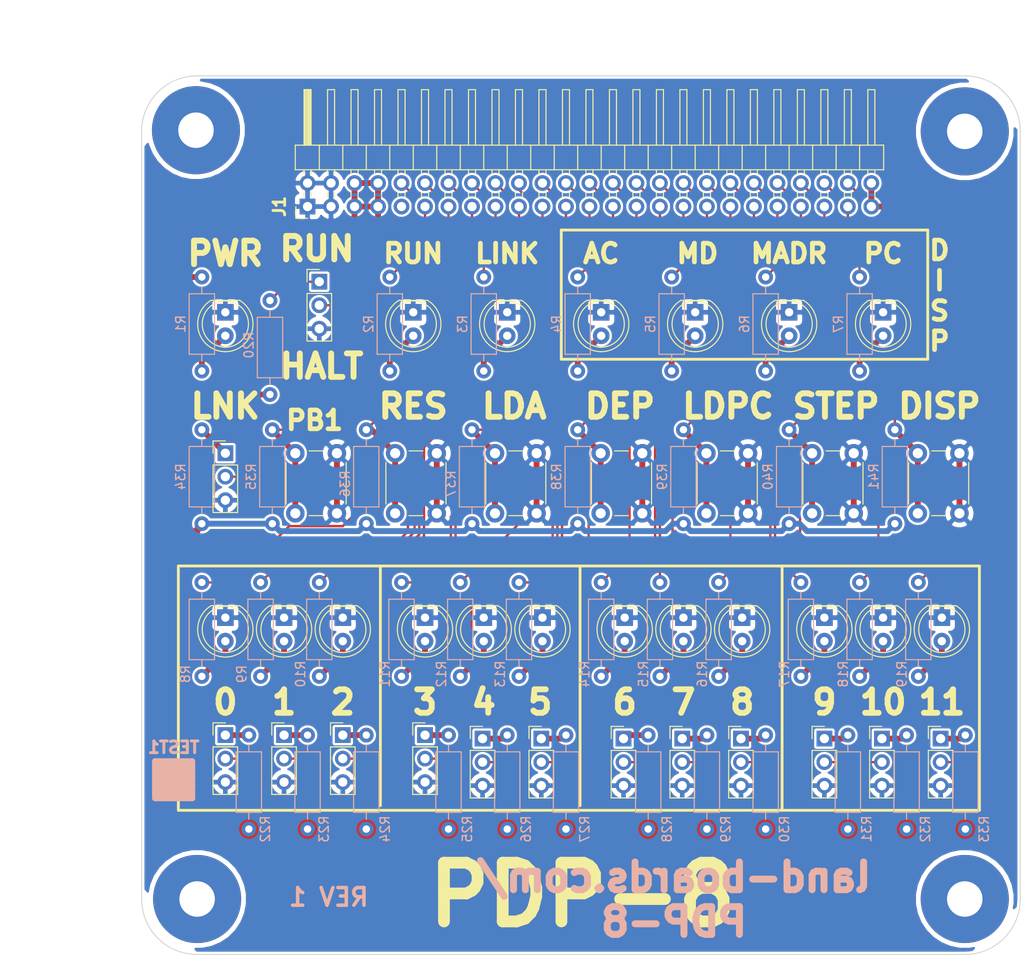
<source format=kicad_pcb>
(kicad_pcb (version 20211014) (generator pcbnew)
  (title_block (title "PDP-8") (date "2021-04-18") (rev "1") (company "land-boards.com"))
  (layers (0 "F.Cu" signal) (31 "B.Cu" signal) (36 "B.SilkS" user "B.Silkscreen") (37 "F.SilkS" user "F.Silkscreen") (38 "B.Mask" user) (39 "F.Mask" user) (44 "Edge.Cuts" user))
  (net 0 "")
  (net 1 "GND")
  (net 2 "+5V")
  (net 3 "/PB1")
  (net 4 "/LINKLED")
  (net 5 "/RUNLED")
  (net 6 "/DS0")
  (net 7 "/SS0")
  (net 8 "/DS1")
  (net 9 "/SS1")
  (net 10 "/DS2")
  (net 11 "/SS2")
  (net 12 "/DS3")
  (net 13 "/DS4")
  (net 14 "/SS3")
  (net 15 "/SS4")
  (net 16 "/DS5")
  (net 17 "/SS5")
  (net 18 "/DS6")
  (net 19 "/SS6")
  (net 20 "/DS7")
  (net 21 "/SS7")
  (net 22 "/DS8")
  (net 23 "/SS8")
  (net 24 "/DS9")
  (net 25 "/SS9")
  (net 26 "/DS10")
  (net 27 "/SS10")
  (net 28 "/DS11")
  (net 29 "/SS11")
  (net 30 "/P5")
  (net 31 "/RESETPB")
  (net 32 "/LDACCPB")
  (net 33 "/DISACCLED")
  (net 34 "/DEPOSITPB")
  (net 35 "/DISMBLED")
  (net 36 "/PDPCPB")
  (net 37 "/DISMADRLED")
  (net 38 "/STEPPB")
  (net 39 "/DISPCLED")
  (net 40 "/DISPPB")
  (net 41 "/RUN5")
  (net 42 "/SS0-5")
  (net 43 "/SS1-5")
  (net 44 "/SS2-5")
  (net 45 "/SS3-5")
  (net 46 "/SS4-5")
  (net 47 "/SS5-5")
  (net 48 "/SS6-5")
  (net 49 "/SS7-5")
  (net 50 "/SS8-5")
  (net 51 "/SS9-5")
  (net 52 "/SS10-5")
  (net 53 "/SS11-5")
  (net 54 "/LINK5")
  (net 55 "/DRNR")
  (net 56 "/DLNR")
  (net 57 "/DACR")
  (net 58 "/DMBR")
  (net 59 "/DMAR")
  (net 60 "/DPCR")
  (net 61 "/DS0R")
  (net 62 "/DS1R")
  (net 63 "/DS2R")
  (net 64 "/DS3R")
  (net 65 "/DS4R")
  (net 66 "/DS5R")
  (net 67 "/DS6R")
  (net 68 "/DS7R")
  (net 69 "/DS8R")
  (net 70 "/DS9R")
  (net 71 "/DS10R")
  (net 72 "/DS11R")
  (net 73 "/RUNSS")
  (net 74 "/LINKSS")
  (footprint "LandBoards_MountHoles:MTG-6-32" (layer "F.Cu") (at 99 99)
    (fp_text reference "MTG2" hide)
    (fp_text value "MTG_HOLE" hide)
  )
  (footprint "LandBoards_MountHoles:MTG-6-32" (layer "F.Cu") (at 16 99)
    (fp_text reference "MTG3" hide)
    (fp_text value "MTG_HOLE" hide)
  )
  (footprint "LandBoards_MountHoles:MTG-6-32" (layer "F.Cu") (at 99 16)
    (fp_text reference "MTG?1" hide)
    (fp_text value "MTG_HOLE" hide)
  )
  (footprint "LandBoards_Marking:TEST_BLK-REAR" (layer "F.Cu") (at 13.462 86.106)
    (fp_text reference "TEST1")
    (fp_text value "COUPON" hide)
  )
  (footprint "Connector_PinHeader_2.54mm:PinHeader_1x03_P2.54mm_Vertical" (layer "F.Cu") (at 53.213 81.661)
    (fp_text reference "SW8" hide)
    (fp_text value "SW_SPDT")
  )
  (footprint "Connector_PinHeader_2.54mm:PinHeader_1x03_P2.54mm_Vertical" (layer "F.Cu") (at 62.103 81.661)
    (fp_text reference "SW9" hide)
    (fp_text value "SW_SPDT")
  )
  (footprint "Connector_PinHeader_2.54mm:PinHeader_1x03_P2.54mm_Vertical" (layer "F.Cu") (at 68.453 81.661)
    (fp_text reference "SW10" hide)
    (fp_text value "SW_SPDT")
  )
  (footprint "Connector_PinHeader_2.54mm:PinHeader_1x03_P2.54mm_Vertical" (layer "F.Cu") (at 74.803 81.661)
    (fp_text reference "SW11" hide)
    (fp_text value "SW_SPDT")
  )
  (footprint "Connector_PinHeader_2.54mm:PinHeader_1x03_P2.54mm_Vertical" (layer "F.Cu") (at 83.82 81.661)
    (fp_text reference "SW12" hide)
    (fp_text value "SW_SPDT")
  )
  (footprint "Connector_PinHeader_2.54mm:PinHeader_1x03_P2.54mm_Vertical" (layer "F.Cu") (at 90.043 81.661)
    (fp_text reference "SW13" hide)
    (fp_text value "SW_SPDT")
  )
  (footprint "Connector_PinHeader_2.54mm:PinHeader_1x03_P2.54mm_Vertical" (layer "F.Cu") (at 96.393 81.661)
    (fp_text reference "SW14" hide)
    (fp_text value "SW_SPDT")
  )
  (footprint "Connector_PinHeader_2.54mm:PinHeader_1x03_P2.54mm_Vertical" (layer "F.Cu") (at 46.863 81.661)
    (fp_text reference "SW7" hide)
    (fp_text value "SW_SPDT")
  )
  (footprint "Button_Switch_THT:SW_PUSH_6mm_H8.5mm" (layer "F.Cu") (at 41.91 50.8 -90)
    (fp_text reference "SW16" hide)
    (fp_text value "SW_Push")
  )
  (footprint "Button_Switch_THT:SW_PUSH_6mm_H8.5mm" (layer "F.Cu") (at 52.705 50.8 -90)
    (fp_text reference "SW17" hide)
    (fp_text value "SW_Push")
  )
  (footprint "Button_Switch_THT:SW_PUSH_6mm_H8.5mm" (layer "F.Cu") (at 64.135 50.8 -90)
    (fp_text reference "SW18" hide)
    (fp_text value "SW_Push")
  )
  (footprint "Button_Switch_THT:SW_PUSH_6mm_H8.5mm" (layer "F.Cu") (at 75.565 50.8 -90)
    (fp_text reference "SW19" hide)
    (fp_text value "SW_Push")
  )
  (footprint "Button_Switch_THT:SW_PUSH_6mm_H8.5mm" (layer "F.Cu") (at 86.995 50.8 -90)
    (fp_text reference "SW20" hide)
    (fp_text value "SW_Push")
  )
  (footprint "Button_Switch_THT:SW_PUSH_6mm_H8.5mm" (layer "F.Cu") (at 98.425 50.8 -90)
    (fp_text reference "SW21" hide)
    (fp_text value "SW_Push")
  )
  (footprint "Button_Switch_THT:SW_PUSH_6mm_H8.5mm" (layer "F.Cu") (at 31.115 50.8 -90)
    (fp_text reference "SW15" hide)
    (fp_text value "SW_Push")
  )
  (footprint "Connector_PinHeader_2.54mm:PinHeader_1x03_P2.54mm_Vertical" (layer "F.Cu") (at 40.64 81.28)
    (fp_text reference "SW6" hide)
    (fp_text value "SW_SPDT")
  )
  (footprint "Connector_PinHeader_2.54mm:PinHeader_1x03_P2.54mm_Vertical" (layer "F.Cu") (at 31.75 81.28)
    (fp_text reference "SW5" hide)
    (fp_text value "SW_SPDT")
  )
  (footprint "Connector_PinHeader_2.54mm:PinHeader_1x03_P2.54mm_Vertical" (layer "F.Cu") (at 25.4 81.28)
    (fp_text reference "SW4" hide)
    (fp_text value "SW_SPDT")
  )
  (footprint "Connector_PinHeader_2.54mm:PinHeader_1x03_P2.54mm_Vertical" (layer "F.Cu") (at 19.05 81.28)
    (fp_text reference "SW3" hide)
    (fp_text value "SW_SPDT")
  )
  (footprint "LandBoards_MountHoles:MTG-6-32" (layer "F.Cu") (at 15.875 15.875)
    (fp_text reference "MTG1" hide)
    (fp_text value "MTG_HOLE" hide)
  )
  (footprint "LED_THT:LED_D5.0mm" (layer "F.Cu") (at 96.52 68.58 -90)
    (fp_text reference "D19" hide)
    (fp_text value "LED-fixed")
  )
  (footprint "LED_THT:LED_D5.0mm" (layer "F.Cu") (at 25.4 68.58 -90)
    (fp_text reference "D9" hide)
    (fp_text value "LED-fixed")
  )
  (footprint "LED_THT:LED_D5.0mm" (layer "F.Cu") (at 31.75 68.58 -90)
    (fp_text reference "D10" hide)
    (fp_text value "LED-fixed")
  )
  (footprint "LED_THT:LED_D5.0mm" (layer "F.Cu") (at 40.64 68.58 -90)
    (fp_text reference "D11" hide)
    (fp_text value "LED-fixed")
  )
  (footprint "LED_THT:LED_D5.0mm" (layer "F.Cu") (at 19.05 68.58 -90)
    (fp_text reference "D8" hide)
    (fp_text value "LED-fixed")
  )
  (footprint "LED_THT:LED_D5.0mm" (layer "F.Cu") (at 68.58 68.58 -90)
    (fp_text reference "D15" hide)
    (fp_text value "LED-fixed")
  )
  (footprint "LED_THT:LED_D5.0mm" (layer "F.Cu") (at 53.34 68.58 -90)
    (fp_text reference "D13" hide)
    (fp_text value "LED-fixed")
  )
  (footprint "LED_THT:LED_D5.0mm" (layer "F.Cu") (at 62.23 68.58 -90)
    (fp_text reference "D14" hide)
    (fp_text value "LED-fixed")
  )
  (footprint "LED_THT:LED_D5.0mm" (layer "F.Cu") (at 74.93 68.58 -90)
    (fp_text reference "D16" hide)
    (fp_text value "LED-fixed")
  )
  (footprint "LED_THT:LED_D5.0mm" (layer "F.Cu") (at 46.99 68.58 -90)
    (fp_text reference "D12" hide)
    (fp_text value "LED-fixed")
  )
  (footprint "LED_THT:LED_D5.0mm" (layer "F.Cu") (at 83.82 68.58 -90)
    (fp_text reference "D17" hide)
    (fp_text value "LED-fixed")
  )
  (footprint "LED_THT:LED_D5.0mm" (layer "F.Cu") (at 90.17 68.58 -90)
    (fp_text reference "D18" hide)
    (fp_text value "LED-fixed")
  )
  (footprint "LED_THT:LED_D5.0mm" (layer "F.Cu") (at 90.17 35.56 -90)
    (fp_text reference "D7" hide)
    (fp_text value "LED-fixed")
  )
  (footprint "LED_THT:LED_D5.0mm" (layer "F.Cu") (at 80.01 35.56 -90)
    (fp_text reference "D6" hide)
    (fp_text value "LED-fixed")
  )
  (footprint "LED_THT:LED_D5.0mm" (layer "F.Cu") (at 59.69 35.56 -90)
    (fp_text reference "D4" hide)
    (fp_text value "LED-fixed")
  )
  (footprint "LED_THT:LED_D5.0mm" (layer "F.Cu") (at 69.85 35.56 -90)
    (fp_text reference "D5" hide)
    (fp_text value "LED-fixed")
  )
  (footprint "LED_THT:LED_D5.0mm" (layer "F.Cu") (at 19.05 35.56 -90)
    (fp_text reference "D1" hide)
    (fp_text value "LED-fixed")
  )
  (footprint "LED_THT:LED_D5.0mm" (layer "F.Cu") (at 39.37 35.56 -90)
    (fp_text reference "D2" hide)
    (fp_text value "LED-fixed")
  )
  (footprint "LED_THT:LED_D5.0mm" (layer "F.Cu") (at 49.53 35.56 -90)
    (fp_text reference "D3" hide)
    (fp_text value "LED-fixed")
  )
  (footprint "Connector_PinHeader_2.54mm:PinHeader_1x03_P2.54mm_Vertical" (layer "F.Cu") (at 29.21 32.258)
    (fp_text reference "SW1" hide)
    (fp_text value "SW_SPDT")
  )
  (footprint "Connector_PinHeader_2.54mm:PinHeader_1x03_P2.54mm_Vertical" (layer "F.Cu") (at 19.05 50.8)
    (fp_text reference "SW2" hide)
    (fp_text value "SW_SPDT")
  )
  (footprint "Connector_PinHeader_2.54mm:PinHeader_2x25_P2.54mm_Horizontal" (layer "F.Cu") (at 27.94 24.13 90)
    (fp_text reference "J1")
    (fp_text value "Conn_02x25_Odd_Even")
  )
  (footprint "Resistor_THT:R_Axial_DIN0207_L6.3mm_D2.5mm_P10.16mm_Horizontal" (layer "B.Cu") (at 49.53 91.44 90)
    (fp_text reference "R26")
    (fp_text value "10K")
  )
  (footprint "Resistor_THT:R_Axial_DIN0207_L6.3mm_D2.5mm_P10.16mm_Horizontal" (layer "B.Cu") (at 55.88 91.44 90)
    (fp_text reference "R27")
    (fp_text value "10K")
  )
  (footprint "Resistor_THT:R_Axial_DIN0207_L6.3mm_D2.5mm_P10.16mm_Horizontal" (layer "B.Cu") (at 64.77 91.44 90)
    (fp_text reference "R28")
    (fp_text value "10K")
  )
  (footprint "Resistor_THT:R_Axial_DIN0207_L6.3mm_D2.5mm_P10.16mm_Horizontal" (layer "B.Cu") (at 71.12 91.44 90)
    (fp_text reference "R29")
    (fp_text value "10K")
  )
  (footprint "Resistor_THT:R_Axial_DIN0207_L6.3mm_D2.5mm_P10.16mm_Horizontal" (layer "B.Cu") (at 77.47 91.44 90)
    (fp_text reference "R30")
    (fp_text value "10K")
  )
  (footprint "Resistor_THT:R_Axial_DIN0207_L6.3mm_D2.5mm_P10.16mm_Horizontal" (layer "B.Cu") (at 86.36 91.44 90)
    (fp_text reference "R31")
    (fp_text value "10K")
  )
  (footprint "Resistor_THT:R_Axial_DIN0207_L6.3mm_D2.5mm_P10.16mm_Horizontal" (layer "B.Cu") (at 92.71 91.44 90)
    (fp_text reference "R32")
    (fp_text value "10K")
  )
  (footprint "Resistor_THT:R_Axial_DIN0207_L6.3mm_D2.5mm_P10.16mm_Horizontal" (layer "B.Cu") (at 99.06 91.44 90)
    (fp_text reference "R33")
    (fp_text value "10K")
  )
  (footprint "Resistor_THT:R_Axial_DIN0207_L6.3mm_D2.5mm_P10.16mm_Horizontal" (layer "B.Cu") (at 24.13 58.42 90)
    (fp_text reference "R35")
    (fp_text value "10K")
  )
  (footprint "Resistor_THT:R_Axial_DIN0207_L6.3mm_D2.5mm_P10.16mm_Horizontal" (layer "B.Cu") (at 34.29 58.42 90)
    (fp_text reference "R36")
    (fp_text value "10K")
  )
  (footprint "Resistor_THT:R_Axial_DIN0207_L6.3mm_D2.5mm_P10.16mm_Horizontal" (layer "B.Cu") (at 45.72 58.42 90)
    (fp_text reference "R37")
    (fp_text value "10K")
  )
  (footprint "Resistor_THT:R_Axial_DIN0207_L6.3mm_D2.5mm_P10.16mm_Horizontal" (layer "B.Cu") (at 57.15 58.42 90)
    (fp_text reference "R38")
    (fp_text value "10K")
  )
  (footprint "Resistor_THT:R_Axial_DIN0207_L6.3mm_D2.5mm_P10.16mm_Horizontal" (layer "B.Cu") (at 68.58 58.42 90)
    (fp_text reference "R39")
    (fp_text value "10K")
  )
  (footprint "Resistor_THT:R_Axial_DIN0207_L6.3mm_D2.5mm_P10.16mm_Horizontal" (layer "B.Cu") (at 80.01 58.42 90)
    (fp_text reference "R40")
    (fp_text value "10K")
  )
  (footprint "Resistor_THT:R_Axial_DIN0207_L6.3mm_D2.5mm_P10.16mm_Horizontal" (layer "B.Cu") (at 91.44 58.42 90)
    (fp_text reference "R41")
    (fp_text value "10K")
  )
  (footprint "Resistor_THT:R_Axial_DIN0207_L6.3mm_D2.5mm_P10.16mm_Horizontal" (layer "B.Cu") (at 43.18 91.44 90)
    (fp_text reference "R25")
    (fp_text value "10K")
  )
  (footprint "Resistor_THT:R_Axial_DIN0207_L6.3mm_D2.5mm_P10.16mm_Horizontal" (layer "B.Cu") (at 34.29 91.44 90)
    (fp_text reference "R24")
    (fp_text value "10K")
  )
  (footprint "Resistor_THT:R_Axial_DIN0207_L6.3mm_D2.5mm_P10.16mm_Horizontal" (layer "B.Cu") (at 27.94 91.44 90)
    (fp_text reference "R23")
    (fp_text value "10K")
  )
  (footprint "Resistor_THT:R_Axial_DIN0207_L6.3mm_D2.5mm_P10.16mm_Horizontal" (layer "B.Cu") (at 21.59 91.44 90)
    (fp_text reference "R22")
    (fp_text value "10K")
  )
  (footprint "Resistor_THT:R_Axial_DIN0207_L6.3mm_D2.5mm_P10.16mm_Horizontal" (layer "B.Cu") (at 38.1 74.93 90)
    (fp_text reference "R11")
    (fp_text value "1K")
  )
  (footprint "Resistor_THT:R_Axial_DIN0207_L6.3mm_D2.5mm_P10.16mm_Horizontal" (layer "B.Cu") (at 29.21 74.93 90)
    (fp_text reference "R10")
    (fp_text value "1K")
  )
  (footprint "Resistor_THT:R_Axial_DIN0207_L6.3mm_D2.5mm_P10.16mm_Horizontal" (layer "B.Cu") (at 22.86 74.93 90)
    (fp_text reference "R9")
    (fp_text value "1K")
  )
  (footprint "Resistor_THT:R_Axial_DIN0207_L6.3mm_D2.5mm_P10.16mm_Horizontal" (layer "B.Cu") (at 16.51 74.93 90)
    (fp_text reference "R8")
    (fp_text value "1K")
  )
  (footprint "Resistor_THT:R_Axial_DIN0207_L6.3mm_D2.5mm_P10.16mm_Horizontal" (layer "B.Cu") (at 59.69 74.93 90)
    (fp_text reference "R14")
    (fp_text value "1K")
  )
  (footprint "Resistor_THT:R_Axial_DIN0207_L6.3mm_D2.5mm_P10.16mm_Horizontal" (layer "B.Cu") (at 72.39 74.93 90)
    (fp_text reference "R16")
    (fp_text value "1K")
  )
  (footprint "Resistor_THT:R_Axial_DIN0207_L6.3mm_D2.5mm_P10.16mm_Horizontal" (layer "B.Cu") (at 87.63 74.93 90)
    (fp_text reference "R18")
    (fp_text value "1K")
  )
  (footprint "Resistor_THT:R_Axial_DIN0207_L6.3mm_D2.5mm_P10.16mm_Horizontal" (layer "B.Cu") (at 66.04 74.93 90)
    (fp_text reference "R15")
    (fp_text value "1K")
  )
  (footprint "Resistor_THT:R_Axial_DIN0207_L6.3mm_D2.5mm_P10.16mm_Horizontal" (layer "B.Cu") (at 93.98 74.93 90)
    (fp_text reference "R19")
    (fp_text value "1K")
  )
  (footprint "Resistor_THT:R_Axial_DIN0207_L6.3mm_D2.5mm_P10.16mm_Horizontal" (layer "B.Cu") (at 44.45 74.93 90)
    (fp_text reference "R12")
    (fp_text value "1K")
  )
  (footprint "Resistor_THT:R_Axial_DIN0207_L6.3mm_D2.5mm_P10.16mm_Horizontal" (layer "B.Cu") (at 50.8 74.93 90)
    (fp_text reference "R13")
    (fp_text value "1K")
  )
  (footprint "Resistor_THT:R_Axial_DIN0207_L6.3mm_D2.5mm_P10.16mm_Horizontal" (layer "B.Cu") (at 81.28 74.93 90)
    (fp_text reference "R17")
    (fp_text value "1K")
  )
  (footprint "Resistor_THT:R_Axial_DIN0207_L6.3mm_D2.5mm_P10.16mm_Horizontal" (layer "B.Cu") (at 87.63 41.91 90)
    (fp_text reference "R7")
    (fp_text value "1K")
  )
  (footprint "Resistor_THT:R_Axial_DIN0207_L6.3mm_D2.5mm_P10.16mm_Horizontal" (layer "B.Cu") (at 77.47 41.91 90)
    (fp_text reference "R6")
    (fp_text value "1K")
  )
  (footprint "Resistor_THT:R_Axial_DIN0207_L6.3mm_D2.5mm_P10.16mm_Horizontal" (layer "B.Cu") (at 67.31 41.91 90)
    (fp_text reference "R5")
    (fp_text value "1K")
  )
  (footprint "Resistor_THT:R_Axial_DIN0207_L6.3mm_D2.5mm_P10.16mm_Horizontal" (layer "B.Cu") (at 57.15 41.91 90)
    (fp_text reference "R4")
    (fp_text value "1K")
  )
  (footprint "Resistor_THT:R_Axial_DIN0207_L6.3mm_D2.5mm_P10.16mm_Horizontal" (layer "B.Cu") (at 16.51 41.91 90)
    (fp_text reference "R1")
    (fp_text value "1K")
  )
  (footprint "Resistor_THT:R_Axial_DIN0207_L6.3mm_D2.5mm_P10.16mm_Horizontal" (layer "B.Cu") (at 46.99 41.91 90)
    (fp_text reference "R3")
    (fp_text value "1K")
  )
  (footprint "Resistor_THT:R_Axial_DIN0207_L6.3mm_D2.5mm_P10.16mm_Horizontal" (layer "B.Cu") (at 36.83 41.91 90)
    (fp_text reference "R2")
    (fp_text value "1K")
  )
  (footprint "Resistor_THT:R_Axial_DIN0207_L6.3mm_D2.5mm_P10.16mm_Horizontal" (layer "B.Cu") (at 23.876 44.45 90)
    (fp_text reference "R20")
    (fp_text value "10K")
  )
  (footprint "Resistor_THT:R_Axial_DIN0207_L6.3mm_D2.5mm_P10.16mm_Horizontal" (layer "B.Cu") (at 16.51 58.42 90)
    (fp_text reference "R34")
    (fp_text value "10K")
  )
  (gr_line (start 13.97 89.408) (end 100.584 89.408) (layer "F.SilkS") (width 0.3048))
  (gr_line (start 100.584 62.992) (end 13.97 62.992) (layer "F.SilkS") (width 0.3048))
  (gr_line (start 55.372 40.64) (end 55.372 26.67) (layer "F.SilkS") (width 0.3048))
  (gr_line (start 78.74 62.992) (end 100.076 62.992) (layer "F.SilkS") (width 0.15))
  (gr_line (start 79.248 89.408) (end 79.248 62.992) (layer "F.SilkS") (width 0.3048))
  (gr_line (start 94.996 40.64) (end 55.372 40.64) (layer "F.SilkS") (width 0.3048))
  (gr_line (start 35.814 62.992) (end 35.814 88.9) (layer "F.SilkS") (width 0.3048))
  (gr_line (start 57.404 62.992) (end 57.404 88.9) (layer "F.SilkS") (width 0.3048))
  (gr_line (start 94.996 26.67) (end 55.372 26.67) (layer "F.SilkS") (width 0.3048))
  (gr_line (start 100.584 62.992) (end 100.584 89.408) (layer "F.SilkS") (width 0.3048))
  (gr_line (start 94.996 40.64) (end 94.996 26.67) (layer "F.SilkS") (width 0.3048))
  (gr_line (start 13.97 62.992) (end 13.97 89.408) (layer "F.SilkS") (width 0.3048))
  (gr_arc (start 99 10) (mid 103.242641 11.757359) (end 105 16) (layer "Edge.Cuts") (width 0.1))
  (gr_line (start 105 16) (end 105 99) (layer "Edge.Cuts") (width 0.1))
  (gr_arc (start 105 99) (mid 103.242641 103.242641) (end 99 105) (layer "Edge.Cuts") (width 0.1))
  (gr_line (start 10 99) (end 10 16) (layer "Edge.Cuts") (width 0.1))
  (gr_line (start 99 105) (end 16 105) (layer "Edge.Cuts") (width 0.1))
  (gr_line (start 16 10) (end 99 10) (layer "Edge.Cuts") (width 0.1))
  (gr_arc (start 16 105) (mid 11.757359 103.242641) (end 10 99) (layer "Edge.Cuts") (width 0.1))
  (gr_arc (start 10 16) (mid 11.757359 11.757359) (end 16 10) (layer "Edge.Cuts") (width 0.1))
  (gr_text "land-boards.com/\nPDP-8" (at 67.564 99.06) (layer "B.SilkS") (effects (font (size 2.999999 2.999999) (thickness 0.75)) (justify mirror)))
  (gr_text "REV 1" (at 30.226 98.806) (layer "B.SilkS") (effects (font (size 1.905 1.905) (thickness 0.381)) (justify mirror)))
  (gr_text "DISP" (at 96.266 45.72) (layer "F.SilkS") (effects (font (size 2.54 2.54) (thickness 0.635))))
  (gr_text "STEP" (at 85.09 45.72) (layer "F.SilkS") (effects (font (size 2.54 2.54) (thickness 0.635))))
  (gr_text "LDA" (at 50.292 45.72) (layer "F.SilkS") (effects (font (size 2.54 2.54) (thickness 0.635))))
  (gr_text "DEP" (at 61.722 45.72) (layer "F.SilkS") (effects (font (size 2.54 2.54) (thickness 0.635))))
  (gr_text "LDPC" (at 73.406 45.72) (layer "F.SilkS") (effects (font (size 2.54 2.54) (thickness 0.635))))
  (gr_text "RUN" (at 28.956 28.702) (layer "F.SilkS") (effects (font (size 2.54 2.54) (thickness 0.635))))
  (gr_text "PC" (at 90.17 29.21) (layer "F.SilkS") (effects (font (size 2.032 2.032) (thickness 0.508))))
  (gr_text "MADR" (at 80.01 29.21) (layer "F.SilkS") (effects (font (size 2.032 2.032) (thickness 0.508))))
  (gr_text "MD" (at 70.104 29.21) (layer "F.SilkS") (effects (font (size 2.032 2.032) (thickness 0.508))))
  (gr_text "AC" (at 59.69 29.21) (layer "F.SilkS") (effects (font (size 2.032 2.032) (thickness 0.508))))
  (gr_text "RES" (at 39.37 45.72) (layer "F.SilkS") (effects (font (size 2.54 2.54) (thickness 0.635))))
  (gr_text "PWR" (at 19.05 29.21) (layer "F.SilkS") (effects (font (size 2.54 2.54) (thickness 0.635))))
  (gr_text "LNK" (at 19.05 45.72) (layer "F.SilkS") (effects (font (size 2.54 2.54) (thickness 0.635))))
  (gr_text "LINK" (at 49.53 29.21) (layer "F.SilkS") (effects (font (size 2.032 2.032) (thickness 0.508))))
  (gr_text "RUN" (at 39.37 29.21) (layer "F.SilkS") (effects (font (size 2.032 2.032) (thickness 0.508))))
  (gr_text "PB1" (at 28.702 47.244) (layer "F.SilkS") (effects (font (size 2.032 2.032) (thickness 0.508))))
  (gr_text "HALT" (at 29.464 41.402) (layer "F.SilkS") (effects (font (size 2.54 2.54) (thickness 0.635))))
  (gr_text "D\nI\nS\nP" (at 96.266 33.782) (layer "F.SilkS") (effects (font (size 2.032 2.032) (thickness 0.508))))
  (gr_text "0" (at 19.05 77.724) (layer "F.SilkS") (effects (font (size 2.54 2.54) (thickness 0.635))))
  (gr_text "1" (at 25.4 77.724) (layer "F.SilkS") (effects (font (size 2.54 2.54) (thickness 0.635))))
  (gr_text "2" (at 31.75 77.724) (layer "F.SilkS") (effects (font (size 2.54 2.54) (thickness 0.635))))
  (gr_text "3" (at 40.64 77.724) (layer "F.SilkS") (effects (font (size 2.54 2.54) (thickness 0.635))))
  (gr_text "4" (at 46.99 77.724) (layer "F.SilkS") (effects (font (size 2.54 2.54) (thickness 0.635))))
  (gr_text "5" (at 53.086 77.724) (layer "F.SilkS") (effects (font (size 2.54 2.54) (thickness 0.635))))
  (gr_text "6" (at 62.23 77.724) (layer "F.SilkS") (effects (font (size 2.54 2.54) (thickness 0.635))))
  (gr_text "7" (at 68.58 77.724) (layer "F.SilkS") (effects (font (size 2.54 2.54) (thickness 0.635))))
  (gr_text "8" (at 74.93 77.724) (layer "F.SilkS") (effects (font (size 2.54 2.54) (thickness 0.635))))
  (gr_text "9" (at 83.82 77.724) (layer "F.SilkS") (effects (font (size 2.54 2.54) (thickness 0.635))))
  (gr_text "10" (at 90.17 77.724) (layer "F.SilkS") (effects (font (size 2.54 2.54) (thickness 0.635))))
  (gr_text "11" (at 96.52 77.724) (layer "F.SilkS") (effects (font (size 2.54 2.54) (thickness 0.635))))
  (gr_text "PDP-8" (at 57.658 98.552) (layer "F.SilkS") (effects (font (size 6.35 6.35) (thickness 1.27))))
  (segment (start 75.565 57.3) (end 75.565 50.8) (width 0.635) (layer "F.Cu") (net 1))
  (segment (start 31.115 57.3) (end 31.115 50.8) (width 0.635) (layer "F.Cu") (net 1))
  (segment (start 64.135 57.3) (end 64.135 50.8) (width 0.635) (layer "F.Cu") (net 1))
  (segment (start 98.425 57.3) (end 98.425 50.8) (width 0.635) (layer "F.Cu") (net 1))
  (segment (start 41.91 57.3) (end 41.91 50.8) (width 0.635) (layer "F.Cu") (net 1))
  (segment (start 86.995 57.3) (end 86.995 50.8) (width 0.635) (layer "F.Cu") (net 1))
  (segment (start 52.705 57.3) (end 52.705 50.8) (width 0.635) (layer "F.Cu") (net 1))
  (segment (start 21.59 91.44) (end 27.94 91.44) (width 2.54) (layer "F.Cu") (net 2))
  (segment (start 99.06 91.44) (end 92.71 91.44) (width 2.54) (layer "F.Cu") (net 2))
  (segment (start 64.77 91.44) (end 55.88 91.44) (width 2.54) (layer "F.Cu") (net 2))
  (segment (start 11.938 91.44) (end 11.79399 58.42) (width 2.54) (layer "F.Cu") (net 2))
  (segment (start 16.039999 58.890001) (end 16.51 58.42) (width 0.635) (layer "F.Cu") (net 2))
  (segment (start 11.938 27.94) (end 33.02 27.94) (width 2.54) (layer "F.Cu") (net 2))
  (segment (start 23.876 44.45) (end 12.192 44.45) (width 0.635) (layer "F.Cu") (net 2))
  (segment (start 35.56 24.13) (end 35.56 27.94) (width 0.635) (layer "F.Cu") (net 2))
  (segment (start 33.02 21.59) (end 35.56 21.59) (width 0.635) (layer "F.Cu") (net 2))
  (segment (start 11.938 91.44) (end 21.59 91.44) (width 2.54) (layer "F.Cu") (net 2))
  (segment (start 102.87 91.44) (end 102.87 24.13) (width 2.54) (layer "F.Cu") (net 2))
  (segment (start 16.039999 59.219999) (end 12.229999 59.219999) (width 0.635) (layer "F.Cu") (net 2))
  (segment (start 11.938 44.196) (end 11.938 31.75) (width 2.54) (layer "F.Cu") (net 2))
  (segment (start 86.36 91.44) (end 92.71 91.44) (width 2.54) (layer "F.Cu") (net 2))
  (segment (start 88.9 24.13) (end 88.9 21.59) (width 0.635) (layer "F.Cu") (net 2))
  (segment (start 13.462 31.75) (end 11.43 31.75) (width 0.635) (layer "F.Cu") (net 2))
  (segment (start 102.87 24.13) (end 92.71 24.13) (width 2.54) (layer "F.Cu") (net 2))
  (segment (start 34.29 91.44) (end 43.18 91.44) (width 2.54) (layer "F.Cu") (net 2))
  (segment (start 55.88 91.44) (end 49.53 91.44) (width 2.54) (layer "F.Cu") (net 2))
  (segment (start 11.938 31.75) (end 13.462 31.75) (width 2.54) (layer "F.Cu") (net 2))
  (segment (start 16.51 31.75) (end 13.462 31.75) (width 0.635) (layer "F.Cu") (net 2))
  (segment (start 12.192 44.45) (end 11.938 44.196) (width 0.635) (layer "F.Cu") (net 2))
  (segment (start 33.02 27.94) (end 35.56 27.94) (width 2.54) (layer "F.Cu") (net 2))
  (segment (start 86.36 91.44) (end 77.47 91.44) (width 2.54) (layer "F.Cu") (net 2))
  (segment (start 27.94 91.44) (end 34.29 91.44) (width 2.54) (layer "F.Cu") (net 2))
  (segment (start 33.02 27.432) (end 33.02 24.13) (width 0.635) (layer "F.Cu") (net 2))
  (segment (start 77.47 91.44) (end 71.12 91.44) (width 2.54) (layer "F.Cu") (net 2))
  (segment (start 33.02 24.13) (end 35.56 24.13) (width 0.635) (layer "F.Cu") (net 2))
  (segment (start 43.18 91.44) (end 49.53 91.44) (width 2.54) (layer "F.Cu") (net 2))
  (segment (start 71.12 91.44) (end 64.77 91.44) (width 2.54) (layer "F.Cu") (net 2))
  (segment (start 99.06 91.44) (end 102.87 91.44) (width 2.54) (layer "F.Cu") (net 2))
  (segment (start 16.039999 59.219999) (end 16.039999 58.890001) (width 0.635) (layer "F.Cu") (net 2))
  (segment (start 88.9 24.13) (end 92.71 24.13) (width 0.635) (layer "F.Cu") (net 2))
  (segment (start 33.02 21.59) (end 33.02 24.13) (width 0.635) (layer "F.Cu") (net 2))
  (segment (start 11.938 58.42) (end 11.938 44.196) (width 2.54) (layer "F.Cu") (net 2))
  (segment (start 35.56 24.13) (end 35.56 21.59) (width 0.635) (layer "F.Cu") (net 2))
  (segment (start 12.229999 59.219999) (end 11.43 58.42) (width 0.635) (layer "F.Cu") (net 2))
  (segment (start 11.938 31.75) (end 11.938 27.94) (width 2.54) (layer "F.Cu") (net 2))
  (segment (start 67.44863 58.42) (end 66.648631 59.219999) (width 0.635) (layer "B.Cu") (net 2))
  (segment (start 45.72 58.42) (end 44.920001 59.219999) (width 0.635) (layer "B.Cu") (net 2))
  (segment (start 46.519999 59.219999) (end 45.72 58.42) (width 0.635) (layer "B.Cu") (net 2))
  (segment (start 24.929999 59.219999) (end 24.13 58.42) (width 0.635) (layer "B.Cu") (net 2))
  (segment (start 69.379999 59.219999) (end 68.58 58.42) (width 0.635) (layer "B.Cu") (net 2))
  (segment (start 24.13 58.42) (end 16.51 58.42) (width 0.635) (layer "B.Cu") (net 2))
  (segment (start 68.58 58.42) (end 67.44863 58.42) (width 0.635) (layer "B.Cu") (net 2))
  (segment (start 81.14137 58.42) (end 81.941369 59.219999) (width 0.635) (layer "B.Cu") (net 2))
  (segment (start 90.640001 59.219999) (end 91.44 58.42) (width 0.635) (layer "B.Cu") (net 2))
  (segment (start 44.920001 59.219999) (end 35.089999 59.219999) (width 0.635) (layer "B.Cu") (net 2))
  (segment (start 57.949999 59.219999) (end 57.15 58.42) (width 0.635) (layer "B.Cu") (net 2))
  (segment (start 66.648631 59.219999) (end 57.949999 59.219999) (width 0.635) (layer "B.Cu") (net 2))
  (segment (start 80.01 58.42) (end 79.210001 59.219999) (width 0.635) (layer "B.Cu") (net 2))
  (segment (start 80.01 58.42) (end 81.14137 58.42) (width 0.635) (layer "B.Cu") (net 2))
  (segment (start 34.29 58.42) (end 33.490001 59.219999) (width 0.635) (layer "B.Cu") (net 2))
  (segment (start 33.490001 59.219999) (end 24.929999 59.219999) (width 0.635) (layer "B.Cu") (net 2))
  (segment (start 79.210001 59.219999) (end 69.379999 59.219999) (width 0.635) (layer "B.Cu") (net 2))
  (segment (start 35.089999 59.219999) (end 34.29 58.42) (width 0.635) (layer "B.Cu") (net 2))
  (segment (start 81.941369 59.219999) (end 90.640001 59.219999) (width 0.635) (layer "B.Cu") (net 2))
  (segment (start 56.350001 59.219999) (end 46.519999 59.219999) (width 0.635) (layer "B.Cu") (net 2))
  (segment (start 57.15 58.42) (end 56.350001 59.219999) (width 0.635) (layer "B.Cu") (net 2))
  (segment (start 24.13 48.26) (end 24.13 48.315) (width 0.635) (layer "F.Cu") (net 3))
  (segment (start 24.13 48.26) (end 29.972 48.26) (width 0.254) (layer "F.Cu") (net 3))
  (segment (start 26.615 50.8) (end 26.615 57.3) (width 0.635) (layer "F.Cu") (net 3))
  (segment (start 35.052 36.83) (end 43.18 28.702) (width 0.254) (layer "F.Cu") (net 3))
  (segment (start 35.052 43.18) (end 35.052 36.83) (width 0.254) (layer "F.Cu") (net 3))
  (segment (start 24.13 48.315) (end 26.615 50.8) (width 0.635) (layer "F.Cu") (net 3))
  (segment (start 29.972 48.26) (end 35.052 43.18) (width 0.254) (layer "F.Cu") (net 3))
  (segment (start 43.18 28.702) (end 43.18 24.13) (width 0.254) (layer "F.Cu") (net 3))
  (segment (start 46.99 22.86) (end 45.72 21.59) (width 0.254) (layer "F.Cu") (net 4))
  (segment (start 46.99 31.75) (end 46.99 22.86) (width 0.254) (layer "F.Cu") (net 4))
  (segment (start 39.331001 29.248999) (end 39.331001 22.821001) (width 0.254) (layer "F.Cu") (net 5))
  (segment (start 39.331001 22.821001) (end 38.1 21.59) (width 0.254) (layer "F.Cu") (net 5))
  (segment (start 36.83 31.75) (end 39.331001 29.248999) (width 0.254) (layer "F.Cu") (net 5))
  (segment (start 33.108999 47.693119) (end 33.723119 47.078999) (width 0.254) (layer "F.Cu") (net 6))
  (segment (start 33.108999 57.315001) (end 33.108999 47.693119) (width 0.254) (layer "F.Cu") (net 6))
  (segment (start 34.752567 47.078999) (end 34.879575 46.951991) (width 0.254) (layer "F.Cu") (net 6))
  (segment (start 39.662009 46.951991) (end 43.434 43.18) (width 0.254) (layer "F.Cu") (net 6))
  (segment (start 16.51 64.77) (end 19.86312 64.77) (width 0.254) (layer "F.Cu") (net 6))
  (segment (start 43.434 35.052) (end 44.45 34.036) (width 0.254) (layer "F.Cu") (net 6))
  (segment (start 31.742999 58.681001) (end 33.108999 57.315001) (width 0.254) (layer "F.Cu") (net 6))
  (segment (start 25.952119 58.681001) (end 31.742999 58.681001) (width 0.254) (layer "F.Cu") (net 6))
  (segment (start 33.723119 47.078999) (end 34.752567 47.078999) (width 0.254) (layer "F.Cu") (net 6))
  (segment (start 44.45 34.036) (end 44.411001 22.821001) (width 0.254) (layer "F.Cu") (net 6))
  (segment (start 43.434 43.18) (end 43.434 35.052) (width 0.254) (layer "F.Cu") (net 6))
  (segment (start 44.411001 22.821001) (end 43.18 21.59) (width 0.254) (layer "F.Cu") (net 6))
  (segment (start 34.879575 46.951991) (end 39.662009 46.951991) (width 0.254) (layer "F.Cu") (net 6))
  (segment (start 19.86312 64.77) (end 25.952119 58.681001) (width 0.254) (layer "F.Cu") (net 6))
  (segment (start 20.506081 84.074) (end 22.352 84.074) (width 0.254) (layer "F.Cu") (net 7))
  (segment (start 44.95799 36.06801) (end 44.958007 36.067993) (width 0.254) (layer "F.Cu") (net 7))
  (segment (start 21.678999 76.034999) (end 21.678999 67.906999) (width 0.254) (layer "F.Cu") (net 7))
  (segment (start 24.391574 60.95998) (end 37.08402 60.95998) (width 0.254) (layer "F.Cu") (net 7))
  (segment (start 21.336 64.015554) (end 24.391574 60.95998) (width 0.254) (layer "F.Cu") (net 7))
  (segment (start 39.00497 55.99103) (end 39.00497 49.089464) (width 0.254) (layer "F.Cu") (net 7))
  (segment (start 38.791001 59.252999) (end 38.791001 56.204999) (width 0.254) (layer "F.Cu") (net 7))
  (segment (start 44.95799 43.136444) (end 44.95799 36.06801) (width 0.254) (layer "F.Cu") (net 7))
  (segment (start 44.958007 36.067993) (end 44.958006 36.83968) (width 0.254) (layer "F.Cu") (net 7))
  (segment (start 21.678999 67.906999) (end 21.336 67.564) (width 0.254) (layer "F.Cu") (net 7))
  (segment (start 23.114 77.47) (end 21.678999 76.034999) (width 0.254) (layer "F.Cu") (net 7))
  (segment (start 48.26 32.766) (end 44.958007 36.067993) (width 0.254) (layer "F.Cu") (net 7))
  (segment (start 22.352 84.074) (end 23.114 83.312) (width 0.254) (layer "F.Cu") (net 7))
  (segment (start 23.114 83.312) (end 23.114 77.47) (width 0.254) (layer "F.Cu") (net 7))
  (segment (start 37.08402 60.95998) (end 38.791001 59.252999) (width 0.254) (layer "F.Cu") (net 7))
  (segment (start 20.252081 83.82) (end 20.506081 84.074) (width 0.254) (layer "F.Cu") (net 7))
  (segment (start 48.26 32.766) (end 48.26 24.13) (width 0.254) (layer "F.Cu") (net 7))
  (segment (start 39.00497 49.089464) (end 44.95799 43.136444) (width 0.254) (layer "F.Cu") (net 7))
  (segment (start 38.791001 56.204999) (end 39.00497 55.99103) (width 0.254) (layer "F.Cu") (net 7))
  (segment (start 21.336 67.564) (end 21.336 64.015554) (width 0.254) (layer "F.Cu") (net 7))
  (segment (start 19.05 83.82) (end 20.252081 83.82) (width 0.254) (layer "F.Cu") (net 7))
  (segment (start 22.86 64.77) (end 26.16201 61.46799) (width 0.254) (layer "F.Cu") (net 8))
  (segment (start 50.00412 32.512) (end 50.292 32.512) (width 0.254) (layer "F.Cu") (net 8))
  (segment (start 50.292 32.512) (end 50.29199 32.25799) (width 0.254) (layer "F.Cu") (net 8))
  (segment (start 39.51298 49.64102) (end 45.466 43.688) (width 0.254) (layer "F.Cu") (net 8))
  (segment (start 45.466 37.05012) (end 50.00412 32.512) (width 0.254) (layer "F.Cu") (net 8))
  (segment (start 49.568999 22.898999) (end 48.26 21.59) (width 0.254) (layer "F.Cu") (net 8))
  (segment (start 50.29199 25.443872) (end 49.568999 24.720881) (width 0.254) (layer "F.Cu") (net 8))
  (segment (start 45.466 43.688) (end 45.466 37.05012) (width 0.254) (layer "F.Cu") (net 8))
  (segment (start 26.16201 61.46799) (end 37.33801 61.46799) (width 0.254) (layer "F.Cu") (net 8))
  (segment (start 49.568999 24.720881) (end 49.568999 22.898999) (width 0.254) (layer "F.Cu") (net 8))
  (segment (start 37.33801 61.46799) (end 39.51298 59.29302) (width 0.254) (layer "F.Cu") (net 8))
  (segment (start 50.29199 32.25799) (end 50.29199 25.443872) (width 0.254) (layer "F.Cu") (net 8))
  (segment (start 39.51298 59.29302) (end 39.51298 49.64102) (width 0.254) (layer "F.Cu") (net 8))
  (segment (start 27.686 77.724) (end 27.686 64.546118) (width 0.254) (layer "F.Cu") (net 9))
  (segment (start 50.335594 44.957972) (end 50.335594 39.841802) (width 0.254) (layer "F.Cu") (net 9))
  (segment (start 40.02099 49.938576) (end 45.001594 44.957972) (width 0.254) (layer "F.Cu") (net 9))
  (segment (start 40.020989 59.590577) (end 40.02099 49.938576) (width 0.254) (layer "F.Cu") (net 9))
  (segment (start 27.686 64.546118) (end 30.256118 61.976) (width 0.254) (layer "F.Cu") (net 9))
  (segment (start 45.001594 44.957972) (end 50.335594 44.957972) (width 0.254) (layer "F.Cu") (net 9))
  (segment (start 28.702 83.82) (end 29.464 83.058) (width 0.254) (layer "F.Cu") (net 9))
  (segment (start 52.07 27.642434) (end 50.8 26.372434) (width 0.254) (layer "F.Cu") (net 9))
  (segment (start 50.335594 39.841802) (end 52.07 38.107396) (width 0.254) (layer "F.Cu") (net 9))
  (segment (start 29.464 79.502) (end 27.686 77.724) (width 0.254) (layer "F.Cu") (net 9))
  (segment (start 30.256118 61.976) (end 37.635566 61.976) (width 0.254) (layer "F.Cu") (net 9))
  (segment (start 50.8 26.372434) (end 50.8 24.13) (width 0.254) (layer "F.Cu") (net 9))
  (segment (start 37.635566 61.976) (end 40.020989 59.590577) (width 0.254) (layer "F.Cu") (net 9))
  (segment (start 25.4 83.82) (end 28.702 83.82) (width 0.254) (layer "F.Cu") (net 9))
  (segment (start 29.464 83.058) (end 29.464 79.502) (width 0.254) (layer "F.Cu") (net 9))
  (segment (start 52.07 38.107396) (end 52.07 27.642434) (width 0.254) (layer "F.Cu") (net 9))
  (segment (start 52.07 26.924) (end 52.07 23.578118) (width 0.254) (layer "F.Cu") (net 10))
  (segment (start 50.8 22.308118) (end 50.8 21.59) (width 0.254) (layer "F.Cu") (net 10))
  (segment (start 51.816 39.624) (end 51.900815 39.539185) (width 0.254) (layer "F.Cu") (net 10))
  (segment (start 45.212018 45.465982) (end 50.546018 45.465982) (width 0.254) (layer "F.Cu") (net 10))
  (segment (start 52.832 27.686) (end 52.07 26.924) (width 0.254) (layer "F.Cu") (net 10))
  (segment (start 40.528999 59.801001) (end 40.528999 50.149001) (width 0.254) (layer "F.Cu") (net 10))
  (segment (start 29.21 64.77) (end 31.496 62.484) (width 0.254) (layer "F.Cu") (net 10))
  (segment (start 37.846 62.484) (end 40.528999 59.801001) (width 0.254) (layer "F.Cu") (net 10))
  (segment (start 40.528999 50.149001) (end 45.212018 45.465982) (width 0.254) (layer "F.Cu") (net 10))
  (segment (start 51.900815 39.539185) (end 51.900816 38.995014) (width 0.254) (layer "F.Cu") (net 10))
  (segment (start 50.546018 45.465982) (end 51.816 44.196) (width 0.254) (layer "F.Cu") (net 10))
  (segment (start 52.07 23.578118) (end 50.8 22.308118) (width 0.254) (layer "F.Cu") (net 10))
  (segment (start 51.816 44.196) (end 51.816 39.624) (width 0.254) (layer "F.Cu") (net 10))
  (segment (start 52.832 38.06383) (end 52.832 27.686) (width 0.254) (layer "F.Cu") (net 10))
  (segment (start 51.900816 38.995014) (end 52.832 38.06383) (width 0.254) (layer "F.Cu") (net 10))
  (segment (start 31.496 62.484) (end 37.846 62.484) (width 0.254) (layer "F.Cu") (net 10))
  (segment (start 41.148 63.246) (end 37.876118 63.246) (width 0.254) (layer "F.Cu") (net 11))
  (segment (start 43.43399 61.21401) (end 41.656 62.992) (width 0.254) (layer "F.Cu") (net 11))
  (segment (start 43.43399 57.65801) (end 43.43399 61.21401) (width 0.254) (layer "F.Cu") (net 11))
  (segment (start 37.876118 63.246) (end 36.83 64.292118) (width 0.254) (layer "F.Cu") (net 11))
  (segment (start 41.402 62.992) (end 41.148 63.246) (width 0.254) (layer "F.Cu") (net 11))
  (segment (start 41.656 62.992) (end 41.402 62.992) (width 0.254) (layer "F.Cu") (net 11))
  (segment (start 44.030989 57.061011) (end 43.43399 57.65801) (width 0.254) (layer "F.Cu") (net 11))
  (segment (start 51.351576 45.97399) (end 45.539693 45.973991) (width 0.254) (layer "F.Cu") (net 11))
  (segment (start 52.408825 44.916741) (end 51.351576 45.97399) (width 0.254) (layer "F.Cu") (net 11))
  (segment (start 36.83 64.292118) (end 36.83 73.914) (width 0.254) (layer "F.Cu") (net 11))
  (segment (start 35.814 83.82) (end 31.75 83.82) (width 0.254) (layer "F.Cu") (net 11))
  (segment (start 45.539693 45.973991) (end 44.030989 47.482695) (width 0.254) (layer "F.Cu") (net 11))
  (segment (start 36.83 73.914) (end 35.814 74.93) (width 0.254) (layer "F.Cu") (net 11))
  (segment (start 53.34 38.274264) (end 52.408825 39.205439) (width 0.254) (layer "F.Cu") (net 11))
  (segment (start 52.408825 39.205439) (end 52.408825 44.916741) (width 0.254) (layer "F.Cu") (net 11))
  (segment (start 44.030989 47.482695) (end 44.030989 57.061011) (width 0.254) (layer "F.Cu") (net 11))
  (segment (start 53.34 24.13) (end 53.34 38.274264) (width 0.254) (layer "F.Cu") (net 11))
  (segment (start 35.814 74.93) (end 35.814 83.82) (width 0.254) (layer "F.Cu") (net 11))
  (segment (start 52.916835 39.415863) (end 54.10197 38.230728) (width 0.254) (layer "F.Cu") (net 12))
  (segment (start 51.562 46.482) (end 52.916834 45.127166) (width 0.254) (layer "F.Cu") (net 12))
  (segment (start 44.538999 47.693119) (end 44.538999 57.315001) (width 0.254) (layer "F.Cu") (net 12))
  (segment (start 45.750118 46.482) (end 51.562 46.482) (width 0.254) (layer "F.Cu") (net 12))
  (segment (start 40.64 64.77) (end 43.942 61.468) (width 0.254) (layer "F.Cu") (net 12))
  (segment (start 54.571001 22.821001) (end 54.61 23.114) (width 0.254) (layer "F.Cu") (net 12))
  (segment (start 53.34 21.59) (end 54.571001 22.821001) (width 0.254) (layer "F.Cu") (net 12))
  (segment (start 54.10197 38.230728) (end 54.101971 29.676711) (width 0.254) (layer "F.Cu") (net 12))
  (segment (start 38.1 64.77) (end 40.64 64.77) (width 0.254) (layer "F.Cu") (net 12))
  (segment (start 43.942 57.912) (end 44.538999 57.315001) (width 0.254) (layer "F.Cu") (net 12))
  (segment (start 43.942 61.468) (end 43.942 57.912) (width 0.254) (layer "F.Cu") (net 12))
  (segment (start 54.61 29.168682) (end 54.61 23.114) (width 0.254) (layer "F.Cu") (net 12))
  (segment (start 52.916834 45.127166) (end 52.916835 39.415863) (width 0.254) (layer "F.Cu") (net 12))
  (segment (start 54.101971 29.676711) (end 54.61 29.168682) (width 0.254) (layer "F.Cu") (net 12))
  (segment (start 45.750118 46.482) (end 44.538999 47.693119) (width 0.254) (layer "F.Cu") (net 12))
  (segment (start 57.15 28.06555) (end 57.15 27.432) (width 0.254) (layer "F.Cu") (net 13))
  (segment (start 57.111001 22.821001) (end 55.88 21.59) (width 0.254) (layer "F.Cu") (net 13))
  (segment (start 53.932853 39.836713) (end 55.11799 38.651576) (width 0.254) (layer "F.Cu") (net 13))
  (segment (start 57.15 27.432) (end 57.111001 22.821001) (width 0.254) (layer "F.Cu") (net 13))
  (segment (start 50.546 58.674) (end 50.546 49.276) (width 0.254) (layer "F.Cu") (net 13))
  (segment (start 50.546 49.276) (end 53.932852 45.889148) (width 0.254) (layer "F.Cu") (net 13))
  (segment (start 53.932852 45.889148) (end 53.932853 39.836713) (width 0.254) (layer "F.Cu") (net 13))
  (segment (start 44.45 64.77) (end 50.546 58.674) (width 0.254) (layer "F.Cu") (net 13))
  (segment (start 55.11799 38.651576) (end 55.11799 30.09756) (width 0.254) (layer "F.Cu") (net 13))
  (segment (start 55.11799 30.09756) (end 57.15 28.06555) (width 0.254) (layer "F.Cu") (net 13))
  (segment (start 43.688 83.82) (end 44.45 83.058) (width 0.254) (layer "F.Cu") (net 14))
  (segment (start 45.631001 70.192999) (end 45.631001 66.382999) (width 0.254) (layer "F.Cu") (net 14))
  (segment (start 48.767991 63.035575) (end 50.081566 61.722) (width 0.254) (layer "F.Cu") (net 14))
  (segment (start 44.45 77.978) (end 42.418 75.946) (width 0.254) (layer "F.Cu") (net 14))
  (segment (start 50.081566 61.722) (end 50.326882 61.722) (width 0.254) (layer "F.Cu") (net 14))
  (segment (start 40.64 83.82) (end 43.688 83.82) (width 0.254) (layer "F.Cu") (net 14))
  (segment (start 55.626 38.862) (end 55.626 30.48) (width 0.254) (layer "F.Cu") (net 14))
  (segment (start 54.440862 60.410704) (end 54.440862 40.047138) (width 0.254) (layer "F.Cu") (net 14))
  (segment (start 53.383566 61.468) (end 54.440862 60.410704) (width 0.254) (layer "F.Cu") (net 14))
  (segment (start 58.42 27.686) (end 58.42 24.13) (width 0.254) (layer "F.Cu") (net 14))
  (segment (start 50.326882 61.722) (end 50.580882 61.468) (width 0.254) (layer "F.Cu") (net 14))
  (segment (start 48.76799 63.24601) (end 48.767991 63.035575) (width 0.254) (layer "F.Cu") (net 14))
  (segment (start 44.45 83.058) (end 44.45 77.978) (width 0.254) (layer "F.Cu") (net 14))
  (segment (start 45.631001 66.382999) (end 48.76799 63.24601) (width 0.254) (layer "F.Cu") (net 14))
  (segment (start 54.440862 40.047138) (end 55.626 38.862) (width 0.254) (layer "F.Cu") (net 14))
  (segment (start 42.418 75.946) (end 42.418 73.406) (width 0.254) (layer "F.Cu") (net 14))
  (segment (start 50.580882 61.468) (end 53.383566 61.468) (width 0.254) (layer "F.Cu") (net 14))
  (segment (start 42.418 73.406) (end 45.631001 70.192999) (width 0.254) (layer "F.Cu") (net 14))
  (segment (start 55.626 30.48) (end 58.42 27.686) (width 0.254) (layer "F.Cu") (net 14))
  (segment (start 53.086 62.484) (end 54.948872 60.621128) (width 0.254) (layer "F.Cu") (net 15))
  (segment (start 46.863 84.201) (end 50.673 84.201) (width 0.254) (layer "F.Cu") (net 15))
  (segment (start 50.673 84.201) (end 51.054 83.82) (width 0.254) (layer "F.Cu") (net 15))
  (segment (start 57.912 38.1) (end 57.912 34.036) (width 0.254) (layer "F.Cu") (net 15))
  (segment (start 51.054 83.82) (end 51.054 79.248) (width 0.254) (layer "F.Cu") (net 15))
  (segment (start 57.912 34.036) (end 60.96 30.734) (width 0.254) (layer "F.Cu") (net 15))
  (segment (start 54.948872 41.063128) (end 57.912 38.1) (width 0.254) (layer "F.Cu") (net 15))
  (segment (start 60.96 30.734) (end 60.96 24.13) (width 0.254) (layer "F.Cu") (net 15))
  (segment (start 54.948872 60.621128) (end 54.948872 41.063128) (width 0.254) (layer "F.Cu") (net 15))
  (segment (start 49.276 77.47) (end 49.276 63.246) (width 0.254) (layer "F.Cu") (net 15))
  (segment (start 50.038 62.484) (end 53.086 62.484) (width 0.254) (layer "F.Cu") (net 15))
  (segment (start 49.276 63.246) (end 50.038 62.484) (width 0.254) (layer "F.Cu") (net 15))
  (segment (start 51.054 79.248) (end 49.276 77.47) (width 0.254) (layer "F.Cu") (net 15))
  (segment (start 56.896 44.958) (end 58.717566 44.958) (width 0.254) (layer "F.Cu") (net 16))
  (segment (start 62.191001 22.821001) (end 60.96 21.59) (width 0.254) (layer "F.Cu") (net 16))
  (segment (start 58.717566 44.958) (end 62.992 40.683566) (width 0.254) (layer "F.Cu") (net 16))
  (segment (start 50.8 64.77) (end 54.102 64.77) (width 0.254) (layer "F.Cu") (net 16))
  (segment (start 62.191001 26.123001) (end 62.191001 22.821001) (width 0.254) (layer "F.Cu") (net 16))
  (segment (start 62.992 40.683566) (end 62.992 26.924) (width 0.254) (layer "F.Cu") (net 16))
  (segment (start 54.102 64.77) (end 55.456882 63.415118) (width 0.254) (layer "F.Cu") (net 16))
  (segment (start 62.992 26.924) (end 62.191001 26.123001) (width 0.254) (layer "F.Cu") (net 16))
  (segment (start 55.456882 46.397118) (end 56.896 44.958) (width 0.254) (layer "F.Cu") (net 16))
  (segment (start 55.456882 63.415118) (end 55.456882 46.397118) (width 0.254) (layer "F.Cu") (net 16))
  (segment (start 63.5 40.894) (end 58.166 46.228) (width 0.254) (layer "F.Cu") (net 17))
  (segment (start 56.769 84.201) (end 57.404 83.566) (width 0.254) (layer "F.Cu") (net 17))
  (segment (start 58.331001 57.899003) (end 58.331001 60.540999) (width 0.254) (layer "F.Cu") (net 17))
  (segment (start 55.968999 46.603435) (end 55.968999 54.698999) (width 0.254) (layer "F.Cu") (net 17))
  (segment (start 53.213 84.201) (end 56.769 84.201) (width 0.254) (layer "F.Cu") (net 17))
  (segment (start 58.331001 60.540999) (end 57.364999 61.507001) (width 0.254) (layer "F.Cu") (net 17))
  (segment (start 55.968999 54.698999) (end 57.658 56.388) (width 0.254) (layer "F.Cu") (net 17))
  (segment (start 57.658 57.15) (end 58.331001 57.899003) (width 0.254) (layer "F.Cu") (net 17))
  (segment (start 57.404 83.566) (end 57.404 82.55) (width 0.254) (layer "F.Cu") (net 17))
  (segment (start 57.658 56.388) (end 57.658 57.15) (width 0.254) (layer "F.Cu") (net 17))
  (segment (start 56.344434 46.228) (end 55.968999 46.603435) (width 0.254) (layer "F.Cu") (net 17))
  (segment (start 58.166 46.228) (end 56.344434 46.228) (width 0.254) (layer "F.Cu") (net 17))
  (segment (start 57.364999 61.507001) (end 57.404 82.55) (width 0.254) (layer "F.Cu") (net 17))
  (segment (start 63.5 24.13) (end 63.5 40.894) (width 0.254) (layer "F.Cu") (net 17))
  (segment (start 65.007991 45.990009) (end 65.007991 30.750009) (width 0.254) (layer "F.Cu") (net 18))
  (segment (start 62.753999 56.149999) (end 62.992 55.911998) (width 0.254) (layer "F.Cu") (net 18))
  (segment (start 62.753999 51.462881) (end 62.753999 48.244001) (width 0.254) (layer "F.Cu") (net 18))
  (segment (start 62.992 51.700882) (end 62.753999 51.462881) (width 0.254) (layer "F.Cu") (net 18))
  (segment (start 66.04 29.718) (end 66.04 24.13) (width 0.254) (layer "F.Cu") (net 18))
  (segment (start 60.489999 63.970001) (end 60.743999 63.970001) (width 0.254) (layer "F.Cu") (net 18))
  (segment (start 60.743999 63.970001) (end 62.753999 61.960001) (width 0.254) (layer "F.Cu") (net 18))
  (segment (start 62.753999 61.960001) (end 62.753999 56.149999) (width 0.254) (layer "F.Cu") (net 18))
  (segment (start 65.007991 30.750009) (end 66.04 29.718) (width 0.254) (layer "F.Cu") (net 18))
  (segment (start 59.69 64.77) (end 60.489999 63.970001) (width 0.254) (layer "F.Cu") (net 18))
  (segment (start 62.753999 48.244001) (end 65.007991 45.990009) (width 0.254) (layer "F.Cu") (net 18))
  (segment (start 62.992 55.911998) (end 62.992 51.700882) (width 0.254) (layer "F.Cu") (net 18))
  (segment (start 66.294 83.312) (end 66.294 78.486) (width 0.254) (layer "F.Cu") (net 19))
  (segment (start 67.271001 29.502999) (end 67.271001 22.821001) (width 0.254) (layer "F.Cu") (net 19))
  (segment (start 65.405 84.201) (end 66.294 83.312) (width 0.254) (layer "F.Cu") (net 19))
  (segment (start 64.516 63.246) (end 65.516001 62.245999) (width 0.254) (layer "F.Cu") (net 19))
  (segment (start 65.516001 31.257999) (end 67.271001 29.502999) (width 0.254) (layer "F.Cu") (net 19))
  (segment (start 67.271001 22.821001) (end 66.04 21.59) (width 0.254) (layer "F.Cu") (net 19))
  (segment (start 65.516001 62.245999) (end 65.516001 31.257999) (width 0.254) (layer "F.Cu") (net 19))
  (segment (start 64.516 76.708) (end 64.516 63.246) (width 0.254) (layer "F.Cu") (net 19))
  (segment (start 66.294 78.486) (end 64.516 76.708) (width 0.254) (layer "F.Cu") (net 19))
  (segment (start 62.103 84.201) (end 65.405 84.201) (width 0.254) (layer "F.Cu") (net 19))
  (segment (start 69.811001 22.821001) (end 68.58 21.59) (width 0.254) (layer "F.Cu") (net 20))
  (segment (start 71.374 28.448) (end 69.811001 26.885001) (width 0.254) (layer "F.Cu") (net 20))
  (segment (start 69.811001 26.885001) (end 69.811001 22.821001) (width 0.254) (layer "F.Cu") (net 20))
  (segment (start 66.04 64.77) (end 66.04 47.244) (width 0.254) (layer "F.Cu") (net 20))
  (segment (start 66.04 47.244) (end 71.374 41.91) (width 0.254) (layer "F.Cu") (net 20))
  (segment (start 71.374 41.91) (end 71.374 28.448) (width 0.254) (layer "F.Cu") (net 20))
  (segment (start 72.009 84.201) (end 72.644 83.566) (width 0.254) (layer "F.Cu") (net 21))
  (segment (start 71.882 26.880434) (end 71.12 26.118434) (width 0.254) (layer "F.Cu") (net 21))
  (segment (start 71.882 43.210118) (end 71.882 26.880434) (width 0.254) (layer "F.Cu") (net 21))
  (segment (start 67.398999 59.524999) (end 67.398999 47.693119) (width 0.254) (layer "F.Cu") (net 21))
  (segment (start 71.12 26.118434) (end 71.12 24.13) (width 0.254) (layer "F.Cu") (net 21))
  (segment (start 71.208999 63.334999) (end 67.398999 59.524999) (width 0.254) (layer "F.Cu") (net 21))
  (segment (start 67.398999 47.693119) (end 71.882 43.210118) (width 0.254) (layer "F.Cu") (net 21))
  (segment (start 72.644 79.248) (end 71.208999 77.812999) (width 0.254) (layer "F.Cu") (net 21))
  (segment (start 71.208999 77.812999) (end 71.208999 63.334999) (width 0.254) (layer "F.Cu") (net 21))
  (segment (start 68.453 84.201) (end 72.009 84.201) (width 0.254) (layer "F.Cu") (net 21))
  (segment (start 72.644 83.566) (end 72.644 79.248) (width 0.254) (layer "F.Cu") (net 21))
  (segment (start 73.66 63.5) (end 72.39 64.77) (width 0.254) (layer "F.Cu") (net 22))
  (segment (start 73.66 24.13) (end 73.66 63.5) (width 0.254) (layer "F.Cu") (net 22))
  (segment (start 74.93 47.244) (end 74.93 22.86) (width 0.254) (layer "F.Cu") (net 23))
  (segment (start 77.978 50.292) (end 74.93 47.244) (width 0.254) (layer "F.Cu") (net 23))
  (segment (start 74.803 84.201) (end 78.105 84.201) (width 0.254) (layer "F.Cu") (net 23))
  (segment (start 78.651001 83.654999) (end 78.651001 63.113435) (width 0.254) (layer "F.Cu") (net 23))
  (segment (start 78.651001 63.113435) (end 77.978 62.440434) (width 0.254) (layer "F.Cu") (net 23))
  (segment (start 74.93 22.86) (end 73.66 21.59) (width 0.254) (layer "F.Cu") (net 23))
  (segment (start 78.105 84.201) (end 78.651001 83.654999) (width 0.254) (layer "F.Cu") (net 23))
  (segment (start 77.978 62.440434) (end 77.978 50.292) (width 0.254) (layer "F.Cu") (net 23))
  (segment (start 80.480001 63.970001) (end 80.226001 63.970001) (width 0.254) (layer "F.Cu") (net 24))
  (segment (start 78.486 62.23) (end 78.486 49.784) (width 0.254) (layer "F.Cu") (net 24))
  (segment (start 75.438 28.194) (end 76.2 27.432) (width 0.254) (layer "F.Cu") (net 24))
  (segment (start 81.28 64.77) (end 80.480001 63.970001) (width 0.254) (layer "F.Cu") (net 24))
  (segment (start 80.226001 63.970001) (end 78.486 62.23) (width 0.254) (layer "F.Cu") (net 24))
  (segment (start 78.486 49.784) (end 75.438 46.736) (width 0.254) (layer "F.Cu") (net 24))
  (segment (start 75.438 46.736) (end 75.438 28.194) (width 0.254) (layer "F.Cu") (net 24))
  (segment (start 76.2 27.432) (end 76.2 24.13) (width 0.254) (layer "F.Cu") (net 24))
  (segment (start 86.448999 66.890999) (end 86.448999 79.621117) (width 0.254) (layer "F.Cu") (net 25))
  (segment (start 85.186882 84.201) (end 83.82 84.201) (width 0.254) (layer "F.Cu") (net 25))
  (segment (start 77.724 46.736) (end 77.739059 48.318625) (width 0.254) (layer "F.Cu") (net 25))
  (segment (start 77.431001 22.821001) (end 77.431001 27.724999) (width 0.254) (layer "F.Cu") (net 25))
  (segment (start 78.99401 49.573576) (end 78.99401 55.656128) (width 0.254) (layer "F.Cu") (net 25))
  (segment (start 75.946 29.21) (end 75.946 44.958) (width 0.254) (layer "F.Cu") (net 25))
  (segment (start 77.431001 27.724999) (end 75.946 29.21) (width 0.254) (layer "F.Cu") (net 25))
  (segment (start 76.2 21.59) (end 76.2 22.308118) (width 0.254) (layer "F.Cu") (net 25))
  (segment (start 81.191001 61.633001) (end 86.448999 66.890999) (width 0.254) (layer "F.Cu") (net 25))
  (segment (start 78.99401 55.656128) (end 81.191001 57.853119) (width 0.254) (layer "F.Cu") (net 25))
  (segment (start 87.541001 80.713119) (end 87.541001 81.846881) (width 0.254) (layer "F.Cu") (net 25))
  (segment (start 86.448999 79.621117) (end 87.541001 80.713119) (width 0.254) (layer "F.Cu") (net 25))
  (segment (start 75.946 44.958) (end 77.724 46.736) (width 0.254) (layer "F.Cu") (net 25))
  (segment (start 87.541001 81.846881) (end 85.186882 84.201) (width 0.254) (layer "F.Cu") (net 25))
  (segment (start 76.2 21.59) (end 77.431001 22.821001) (width 0.254) (layer "F.Cu") (net 25))
  (segment (start 81.191001 57.853119) (end 81.191001 61.633001) (width 0.254) (layer "F.Cu") (net 25))
  (segment (start 77.739059 48.318625) (end 78.99401 49.573576) (width 0.254) (layer "F.Cu") (net 25))
  (segment (start 85.09 33.02) (end 81.28 29.21) (width 0.254) (layer "F.Cu") (net 26))
  (segment (start 89.662 49.784) (end 85.09 45.212) (width 0.254) (layer "F.Cu") (net 26))
  (segment (start 87.63 64.77) (end 89.662 62.738) (width 0.254) (layer "F.Cu") (net 26))
  (segment (start 81.28 29.21) (end 81.28 24.13) (width 0.254) (layer "F.Cu") (net 26))
  (segment (start 89.662 62.738) (end 89.662 49.784) (width 0.254) (layer "F.Cu") (net 26))
  (segment (start 85.09 45.212) (end 85.09 33.02) (width 0.254) (layer "F.Cu") (net 26))
  (segment (start 86.36 33.274) (end 86.36 44.927882) (width 0.254) (layer "F.Cu") (net 27))
  (segment (start 92.460856 57.692974) (end 92.456 57.658) (width 0.254) (layer "F.Cu") (net 27))
  (segment (start 82.511001 22.821001) (end 82.511001 29.425001) (width 0.254) (layer "F.Cu") (net 27))
  (segment (start 92.621001 73.494999) (end 88.138 77.978) (width 0.254) (layer "F.Cu") (net 27))
  (segment (start 88.138 83.82) (end 88.519 84.201) (width 0.254) (layer "F.Cu") (net 27))
  (segment (start 82.511001 29.425001) (end 86.36 33.274) (width 0.254) (layer "F.Cu") (net 27))
  (segment (start 88.138 77.978) (end 88.138 83.82) (width 0.254) (layer "F.Cu") (net 27))
  (segment (start 92.460856 55.376856) (end 92.460856 57.692974) (width 0.254) (layer "F.Cu") (net 27))
  (segment (start 88.519 84.201) (end 90.043 84.201) (width 0.254) (layer "F.Cu") (net 27))
  (segment (start 86.36 44.927882) (end 92.543999 51.111881) (width 0.254) (layer "F.Cu") (net 27))
  (segment (start 92.543999 51.111881) (end 92.460856 55.376856) (width 0.254) (layer "F.Cu") (net 27))
  (segment (start 92.543999 57.745999) (end 92.456 57.658) (width 0.254) (layer "F.Cu") (net 27))
  (segment (start 92.543999 57.962881) (end 92.543999 57.745999) (width 0.254) (layer "F.Cu") (net 27))
  (segment (start 81.28 21.59) (end 82.511001 22.821001) (width 0.254) (layer "F.Cu") (net 27))
  (segment (start 92.71 58.128882) (end 92.71 60.198) (width 0.254) (layer "F.Cu") (net 27))
  (segment (start 92.71 60.198) (end 92.621001 73.494999) (width 0.254) (layer "F.Cu") (net 27))
  (segment (start 92.71 58.128882) (end 92.543999 57.962881) (width 0.254) (layer "F.Cu") (net 27))
  (segment (start 96.012 42.672) (end 96.012 34.984081) (width 0.254) (layer "F.Cu") (net 28))
  (segment (start 100.71098 47.37098) (end 96.012 42.672) (width 0.254) (layer "F.Cu") (net 28))
  (segment (start 96.012 34.984081) (end 86.36 25.332081) (width 0.254) (layer "F.Cu") (net 28))
  (segment (start 100.584 58.166) (end 100.71098 47.37098) (width 0.254) (layer "F.Cu") (net 28))
  (segment (start 93.98 64.77) (end 100.584 58.166) (width 0.254) (layer "F.Cu") (net 28))
  (segment (start 86.36 25.332081) (end 86.36 24.13) (width 0.254) (layer "F.Cu") (net 28))
  (segment (start 101.21899 82.93101) (end 101.21899 43.56099) (width 0.254) (layer "F.Cu") (net 29))
  (segment (start 96.393 84.201) (end 99.949 84.201) (width 0.254) (layer "F.Cu") (net 29))
  (segment (start 87.591001 22.821001) (end 86.36 21.59) (width 0.254) (layer "F.Cu") (net 29))
  (segment (start 97.536 39.878) (end 97.536 35.306) (width 0.254) (layer "F.Cu") (net 29))
  (segment (start 87.591001 25.361001) (end 87.591001 22.821001) (width 0.254) (layer "F.Cu") (net 29))
  (segment (start 99.949 84.201) (end 101.21899 82.93101) (width 0.254) (layer "F.Cu") (net 29))
  (segment (start 97.536 35.306) (end 87.591001 25.361001) (width 0.254) (layer "F.Cu") (net 29))
  (segment (start 101.21899 43.56099) (end 97.536 39.878) (width 0.254) (layer "F.Cu") (net 29))
  (segment (start 16.51 41.91) (end 16.51 40.64) (width 0.635) (layer "F.Cu") (net 30))
  (segment (start 16.51 40.64) (end 19.05 38.1) (width 0.635) (layer "F.Cu") (net 30))
  (segment (start 34.87 48.26) (end 37.41 50.8) (width 0.635) (layer "F.Cu") (net 31))
  (segment (start 34.29 48.26) (end 34.87 48.26) (width 0.635) (layer "F.Cu") (net 31))
  (segment (start 45.72 25.332081) (end 45.72 24.13) (width 0.254) (layer "F.Cu") (net 31))
  (segment (start 39.915999 47.460001) (end 44.196 43.18) (width 0.254) (layer "F.Cu") (net 31))
  (segment (start 34.29 48.26) (end 35.089999 47.460001) (width 0.254) (layer "F.Cu") (net 31))
  (segment (start 45.466 25.586081) (end 45.72 25.332081) (width 0.254) (layer "F.Cu") (net 31))
  (segment (start 45.466 33.738434) (end 45.466 25.586081) (width 0.254) (layer "F.Cu") (net 31))
  (segment (start 37.41 50.8) (end 37.41 57.3) (width 0.635) (layer "F.Cu") (net 31))
  (segment (start 35.089999 47.460001) (end 39.915999 47.460001) (width 0.254) (layer "F.Cu") (net 31))
  (segment (start 44.196 43.18) (end 44.196 35.008434) (width 0.254) (layer "F.Cu") (net 31))
  (segment (start 44.196 35.008434) (end 45.466 33.738434) (width 0.254) (layer "F.Cu") (net 31))
  (segment (start 53.424843 45.678723) (end 53.424844 39.626288) (width 0.254) (layer "F.Cu") (net 32))
  (segment (start 54.60998 38.441152) (end 54.60998 29.887136) (width 0.254) (layer "F.Cu") (net 32))
  (segment (start 54.60998 29.887136) (end 55.88 28.617116) (width 0.254) (layer "F.Cu") (net 32))
  (segment (start 48.205 50.8) (end 48.205 57.3) (width 0.635) (layer "F.Cu") (net 32))
  (segment (start 50.843566 48.26) (end 53.424843 45.678723) (width 0.254) (layer "F.Cu") (net 32))
  (segment (start 55.88 28.617116) (end 55.88 24.13) (width 0.254) (layer "F.Cu") (net 32))
  (segment (start 45.72 48.315) (end 48.205 50.8) (width 0.635) (layer "F.Cu") (net 32))
  (segment (start 53.424844 39.626288) (end 54.60998 38.441152) (width 0.254) (layer "F.Cu") (net 32))
  (segment (start 45.72 48.26) (end 50.843566 48.26) (width 0.254) (layer "F.Cu") (net 32))
  (segment (start 45.72 48.26) (end 45.72 48.315) (width 0.635) (layer "F.Cu") (net 32))
  (segment (start 59.728999 22.898999) (end 58.42 21.59) (width 0.254) (layer "F.Cu") (net 33))
  (segment (start 59.728999 29.171001) (end 59.728999 22.898999) (width 0.254) (layer "F.Cu") (net 33))
  (segment (start 57.15 31.75) (end 59.728999 29.171001) (width 0.254) (layer "F.Cu") (net 33))
  (segment (start 64.499981 30.539585) (end 64.499981 40.910019) (width 0.254) (layer "F.Cu") (net 34))
  (segment (start 63.5 21.59) (end 64.808999 22.898999) (width 0.254) (layer "F.Cu") (net 34))
  (segment (start 64.808999 22.898999) (end 64.808999 30.230567) (width 0.254) (layer "F.Cu") (net 34))
  (segment (start 57.15 48.26) (end 57.15 48.315) (width 0.635) (layer "F.Cu") (net 34))
  (segment (start 57.15 48.315) (end 59.635 50.8) (width 0.635) (layer "F.Cu") (net 34))
  (segment (start 59.635 50.8) (end 59.635 57.3) (width 0.635) (layer "F.Cu") (net 34))
  (segment (start 64.808999 30.230567) (end 64.499981 30.539585) (width 0.254) (layer "F.Cu") (net 34))
  (segment (start 64.499981 40.910019) (end 57.15 48.26) (width 0.254) (layer "F.Cu") (net 34))
  (segment (start 68.58 30.48) (end 67.31 31.75) (width 0.254) (layer "F.Cu") (net 35))
  (segment (start 68.58 24.13) (end 68.58 30.48) (width 0.254) (layer "F.Cu") (net 35))
  (segment (start 72.351001 26.631001) (end 73.15199 27.43199) (width 0.254) (layer "F.Cu") (net 36))
  (segment (start 73.15199 27.43199) (end 73.15199 43.68801) (width 0.254) (layer "F.Cu") (net 36))
  (segment (start 71.065 50.8) (end 71.065 57.3) (width 0.635) (layer "F.Cu") (net 36))
  (segment (start 68.58 48.26) (end 68.58 48.315) (width 0.635) (layer "F.Cu") (net 36))
  (segment (start 72.351001 22.821001) (end 72.351001 26.631001) (width 0.254) (layer "F.Cu") (net 36))
  (segment (start 71.12 21.59) (end 72.351001 22.821001) (width 0.254) (layer "F.Cu") (net 36))
  (segment (start 68.58 48.315) (end 71.065 50.8) (width 0.635) (layer "F.Cu") (net 36))
  (segment (start 73.15199 43.68801) (end 68.58 48.26) (width 0.254) (layer "F.Cu") (net 36))
  (segment (start 78.74 30.48) (end 78.74 24.13) (width 0.254) (layer "F.Cu") (net 37))
  (segment (start 77.47 31.75) (end 78.74 30.48) (width 0.254) (layer "F.Cu") (net 37))
  (segment (start 80.01 48.26) (end 80.01 48.315) (width 0.635) (layer "F.Cu") (net 38))
  (segment (start 79.971001 31.203001) (end 79.971001 22.821001) (width 0.254) (layer "F.Cu") (net 38))
  (segment (start 83.566 34.798) (end 79.971001 31.203001) (width 0.254) (layer "F.Cu") (net 38))
  (segment (start 80.01 48.315) (end 82.495 50.8) (width 0.635) (layer "F.Cu") (net 38))
  (segment (start 80.01 48.26) (end 83.566 44.704) (width 0.254) (layer "F.Cu") (net 38))
  (segment (start 83.566 44.704) (end 83.566 34.798) (width 0.254) (layer "F.Cu") (net 38))
  (segment (start 82.495 50.8) (end 82.495 57.3) (width 0.635) (layer "F.Cu") (net 38))
  (segment (start 79.971001 22.821001) (end 78.74 21.59) (width 0.254) (layer "F.Cu") (net 38))
  (segment (start 83.82 24.13) (end 83.82 26.67) (width 0.254) (layer "F.Cu") (net 39))
  (segment (start 87.63 30.48) (end 87.63 31.75) (width 0.254) (layer "F.Cu") (net 39))
  (segment (start 83.82 26.67) (end 87.63 30.48) (width 0.254) (layer "F.Cu") (net 39))
  (segment (start 85.051001 22.821001) (end 83.82 21.59) (width 0.254) (layer "F.Cu") (net 40))
  (segment (start 91.44 48.26) (end 91.44 48.315) (width 0.635) (layer "F.Cu") (net 40))
  (segment (start 93.472 45.09663) (end 93.472 33.162515) (width 0.254) (layer "F.Cu") (net 40))
  (segment (start 91.44 48.315) (end 93.925 50.8) (width 0.635) (layer "F.Cu") (net 40))
  (segment (start 91.44 47.12863) (end 93.472 45.09663) (width 0.254) (layer "F.Cu") (net 40))
  (segment (start 85.09 24.780515) (end 85.09 24.638) (width 0.254) (layer "F.Cu") (net 40))
  (segment (start 93.925 50.8) (end 93.925 57.3) (width 0.635) (layer "F.Cu") (net 40))
  (segment (start 85.09 24.638) (end 85.051001 24.741516) (width 0.254) (layer "F.Cu") (net 40))
  (segment (start 85.051001 24.741516) (end 85.051001 22.821001) (width 0.254) (layer "F.Cu") (net 40))
  (segment (start 93.472 33.162515) (end 85.09 24.780515) (width 0.254) (layer "F.Cu") (net 40))
  (segment (start 91.44 48.26) (end 91.44 47.12863) (width 0.254) (layer "F.Cu") (net 40))
  (segment (start 29.21 32.258) (end 25.908 32.258) (width 0.254) (layer "F.Cu") (net 41))
  (segment (start 25.908 32.258) (end 23.876 34.29) (width 0.254) (layer "F.Cu") (net 41))
  (segment (start 19.05 81.28) (end 21.59 81.28) (width 0.635) (layer "F.Cu") (net 42))
  (segment (start 25.4 81.28) (end 27.94 81.28) (width 0.635) (layer "F.Cu") (net 43))
  (segment (start 31.75 81.28) (end 34.29 81.28) (width 0.635) (layer "F.Cu") (net 44))
  (segment (start 40.64 81.28) (end 43.18 81.28) (width 0.635) (layer "F.Cu") (net 45))
  (segment (start 46.863 81.661) (end 49.149 81.661) (width 0.635) (layer "F.Cu") (net 46))
  (segment (start 49.149 81.661) (end 49.53 81.28) (width 0.635) (layer "F.Cu") (net 46))
  (segment (start 55.499 81.661) (end 55.88 81.28) (width 0.635) (layer "F.Cu") (net 47))
  (segment (start 53.213 81.661) (end 55.499 81.661) (width 0.635) (layer "F.Cu") (net 47))
  (segment (start 64.77 81.28) (end 62.484 81.28) (width 0.635) (layer "F.Cu") (net 48))
  (segment (start 62.484 81.28) (end 62.103 81.661) (width 0.635) (layer "F.Cu") (net 48))
  (segment (start 68.453 81.661) (end 70.739 81.661) (width 0.635) (layer "F.Cu") (net 49))
  (segment (start 70.739 81.661) (end 71.12 81.28) (width 0.635) (layer "F.Cu") (net 49))
  (segment (start 77.089 81.661) (end 77.47 81.28) (width 0.635) (layer "F.Cu") (net 50))
  (segment (start 74.803 81.661) (end 77.089 81.661) (width 0.635) (layer "F.Cu") (net 50))
  (segment (start 83.82 81.661) (end 85.979 81.661) (width 0.635) (layer "F.Cu") (net 51))
  (segment (start 85.979 81.661) (end 86.36 81.28) (width 0.635) (layer "F.Cu") (net 51))
  (segment (start 92.329 81.661) (end 92.71 81.28) (width 0.635) (layer "F.Cu") (net 52))
  (segment (start 90.043 81.661) (end 92.329 81.661) (width 0.635) (layer "F.Cu") (net 52))
  (segment (start 96.393 81.661) (end 98.679 81.661) (width 0.635) (layer "F.Cu") (net 53))
  (segment (start 98.679 81.661) (end 99.06 81.28) (width 0.635) (layer "F.Cu") (net 53))
  (segment (start 19.05 50.8) (end 16.51 48.26) (width 0.635) (layer "F.Cu") (net 54))
  (segment (start 36.83 41.91) (end 36.83 40.64) (width 0.635) (layer "F.Cu") (net 55))
  (segment (start 36.83 40.64) (end 39.37 38.1) (width 0.635) (layer "F.Cu") (net 55))
  (segment (start 46.99 40.64) (end 49.53 38.1) (width 0.635) (layer "F.Cu") (net 56))
  (segment (start 46.99 41.91) (end 46.99 40.64) (width 0.635) (layer "F.Cu") (net 56))
  (segment (start 57.15 40.64) (end 59.69 38.1) (width 0.635) (layer "F.Cu") (net 57))
  (segment (start 57.15 41.91) (end 57.15 40.64) (width 0.635) (layer "F.Cu") (net 57))
  (segment (start 67.31 41.91) (end 67.31 40.64) (width 0.635) (layer "F.Cu") (net 58))
  (segment (start 67.31 40.64) (end 69.85 38.1) (width 0.635) (layer "F.Cu") (net 58))
  (segment (start 77.47 40.64) (end 80.01 38.1) (width 0.635) (layer "F.Cu") (net 59))
  (segment (start 77.47 41.91) (end 77.47 40.64) (width 0.635) (layer "F.Cu") (net 59))
  (segment (start 87.63 41.91) (end 87.63 40.64) (width 0.635) (layer "F.Cu") (net 60))
  (segment (start 87.63 40.64) (end 90.17 38.1) (width 0.635) (layer "F.Cu") (net 60))
  (segment (start 19.05 71.12) (end 19.05 72.39) (width 0.635) (layer "F.Cu") (net 61))
  (segment (start 19.05 72.39) (end 16.51 74.93) (width 0.635) (layer "F.Cu") (net 61))
  (segment (start 25.4 72.39) (end 22.86 74.93) (width 0.635) (layer "F.Cu") (net 62))
  (segment (start 25.4 71.12) (end 25.4 72.39) (width 0.635) (layer "F.Cu") (net 62))
  (segment (start 31.75 71.12) (end 31.75 72.39) (width 0.635) (layer "F.Cu") (net 63))
  (segment (start 31.75 72.39) (end 29.21 74.93) (width 0.635) (layer "F.Cu") (net 63))
  (segment (start 40.64 72.39) (end 38.1 74.93) (width 0.635) (layer "F.Cu") (net 64))
  (segment (start 40.64 71.12) (end 40.64 72.39) (width 0.635) (layer "F.Cu") (net 64))
  (segment (start 46.99 71.12) (end 46.99 72.39) (width 0.635) (layer "F.Cu") (net 65))
  (segment (start 46.99 72.39) (end 44.45 74.93) (width 0.635) (layer "F.Cu") (net 65))
  (segment (start 53.34 71.12) (end 53.34 72.39) (width 0.635) (layer "F.Cu") (net 66))
  (segment (start 53.34 72.39) (end 50.8 74.93) (width 0.635) (layer "F.Cu") (net 66))
  (segment (start 62.23 71.12) (end 62.23 72.39) (width 0.635) (layer "F.Cu") (net 67))
  (segment (start 62.23 72.39) (end 59.69 74.93) (width 0.635) (layer "F.Cu") (net 67))
  (segment (start 68.58 72.39) (end 66.04 74.93) (width 0.635) (layer "F.Cu") (net 68))
  (segment (start 68.58 71.12) (end 68.58 72.39) (width 0.635) (layer "F.Cu") (net 68))
  (segment (start 74.93 71.12) (end 74.93 72.39) (width 0.635) (layer "F.Cu") (net 69))
  (segment (start 74.93 72.39) (end 72.39 74.93) (width 0.635) (layer "F.Cu") (net 69))
  (segment (start 83.82 72.39) (end 81.28 74.93) (width 0.635) (layer "F.Cu") (net 70))
  (segment (start 83.82 71.12) (end 83.82 72.39) (width 0.635) (layer "F.Cu") (net 70))
  (segment (start 90.17 72.39) (end 87.63 74.93) (width 0.635) (layer "F.Cu") (net 71))
  (segment (start 90.17 71.12) (end 90.17 72.39) (width 0.635) (layer "F.Cu") (net 71))
  (segment (start 96.52 72.39) (end 93.98 74.93) (width 0.635) (layer "F.Cu") (net 72))
  (segment (start 96.52 71.12) (end 96.52 72.39) (width 0.635) (layer "F.Cu") (net 72))
  (segment (start 29.21 34.798) (end 35.647132 34.798) (width 0.254) (layer "F.Cu") (net 73))
  (segment (start 35.647132 34.798) (end 40.64 29.805132) (width 0.254) (layer "F.Cu") (net 73))
  (segment (start 40.64 24.13) (end 40.64 29.805132) (width 0.254) (layer "F.Cu") (net 73))
  (segment (start 41.871001 22.821001) (end 41.871001 29.292565) (width 0.254) (layer "F.Cu") (net 74))
  (segment (start 22.098 52.324) (end 22.098 48.514) (width 0.254) (layer "F.Cu") (net 74))
  (segment (start 21.082 53.34) (end 22.098 52.324) (width 0.254) (layer "F.Cu") (net 74))
  (segment (start 22.098 48.514) (end 23.876 46.736) (width 0.254) (layer "F.Cu") (net 74))
  (segment (start 23.876 46.736) (end 30.734 46.736) (width 0.254) (layer "F.Cu") (net 74))
  (segment (start 40.64 21.59) (end 41.871001 22.821001) (width 0.254) (layer "F.Cu") (net 74))
  (segment (start 41.871001 29.292565) (end 34.543991 36.619575) (width 0.254) (layer "F.Cu") (net 74))
  (segment (start 34.54399 42.92601) (end 34.543991 36.619575) (width 0.254) (layer "F.Cu") (net 74))
  (segment (start 30.734 46.736) (end 34.54399 42.92601) (width 0.254) (layer "F.Cu") (net 74))
  (segment (start 34.543991 36.619575) (end 40.64 30.523566) (width 0.254) (layer "F.Cu") (net 74))
  (segment (start 19.05 53.34) (end 21.082 53.34) (width 0.254) (layer "F.Cu") (net 74))
  (zone (net 1) (net_name "GND") (layer "B.Cu") (connect_pads (clearance 0.254)) (min_thickness 0.254) (fill yes (thermal_gap 0.508) (thermal_bridge_width 0.508))
    (polygon (pts (xy 105.41 16.51) (xy 105.41 99.06) (xy 99.06 105.41) (xy 16.51 105.41) (xy 10.16 97.79) (xy 10.16 17.78) (xy 16.51 10.16) (xy 99.06 10.16)))
  )
)
</source>
